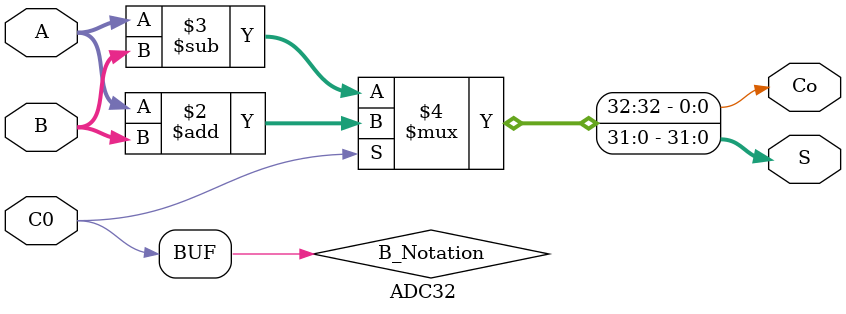
<source format=v>
`timescale 1ns / 1ps
module ADC32(input [31:0] A, 			//´ø½øÎ»µÄ32Î»¼Ó¼õÆ÷£¬¿¼ÂÇÎÞ·ûºÅÊý¼æÈÝ¡£ÔÚÉè¼ÆALUµÄsltÖ¸ÁîÉÏÓÐÇø±ð
				 input [31:0] B, 
				 input C0,		//×îµÍ½øÎ»ÊäÈë
				 output [31:0] S,
				 output Co		//ÐÞ¸ÄÂß¼­·ûºÅ£¬½«½øÎ»·Ö¿ª

				  );
				  

	wire B_Notation = C0 ^ 1'b0;	  

	assign {Co, S} = B_Notation? A + B : A - B;
	
endmodule

</source>
